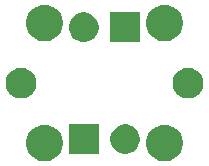
<source format=gbr>
G04 #@! TF.GenerationSoftware,KiCad,Pcbnew,5.1.5-52549c5~86~ubuntu18.04.1*
G04 #@! TF.CreationDate,2020-09-04T14:30:59-05:00*
G04 #@! TF.ProjectId,B00,4230302e-6b69-4636-9164-5f7063625858,rev?*
G04 #@! TF.SameCoordinates,Original*
G04 #@! TF.FileFunction,Soldermask,Top*
G04 #@! TF.FilePolarity,Negative*
%FSLAX46Y46*%
G04 Gerber Fmt 4.6, Leading zero omitted, Abs format (unit mm)*
G04 Created by KiCad (PCBNEW 5.1.5-52549c5~86~ubuntu18.04.1) date 2020-09-04 14:30:59*
%MOMM*%
%LPD*%
G04 APERTURE LIST*
%ADD10C,0.100000*%
G04 APERTURE END LIST*
D10*
G36*
X24112585Y-32448802D02*
G01*
X24262410Y-32478604D01*
X24544674Y-32595521D01*
X24798705Y-32765259D01*
X25014741Y-32981295D01*
X25184479Y-33235326D01*
X25301396Y-33517590D01*
X25361000Y-33817240D01*
X25361000Y-34122760D01*
X25301396Y-34422410D01*
X25184479Y-34704674D01*
X25014741Y-34958705D01*
X24798705Y-35174741D01*
X24544674Y-35344479D01*
X24262410Y-35461396D01*
X24112585Y-35491198D01*
X23962761Y-35521000D01*
X23657239Y-35521000D01*
X23507415Y-35491198D01*
X23357590Y-35461396D01*
X23075326Y-35344479D01*
X22821295Y-35174741D01*
X22605259Y-34958705D01*
X22435521Y-34704674D01*
X22318604Y-34422410D01*
X22259000Y-34122760D01*
X22259000Y-33817240D01*
X22318604Y-33517590D01*
X22435521Y-33235326D01*
X22605259Y-32981295D01*
X22821295Y-32765259D01*
X23075326Y-32595521D01*
X23357590Y-32478604D01*
X23507415Y-32448802D01*
X23657239Y-32419000D01*
X23962761Y-32419000D01*
X24112585Y-32448802D01*
G37*
G36*
X34272585Y-32448802D02*
G01*
X34422410Y-32478604D01*
X34704674Y-32595521D01*
X34958705Y-32765259D01*
X35174741Y-32981295D01*
X35344479Y-33235326D01*
X35461396Y-33517590D01*
X35521000Y-33817240D01*
X35521000Y-34122760D01*
X35461396Y-34422410D01*
X35344479Y-34704674D01*
X35174741Y-34958705D01*
X34958705Y-35174741D01*
X34704674Y-35344479D01*
X34422410Y-35461396D01*
X34272585Y-35491198D01*
X34122761Y-35521000D01*
X33817239Y-35521000D01*
X33667415Y-35491198D01*
X33517590Y-35461396D01*
X33235326Y-35344479D01*
X32981295Y-35174741D01*
X32765259Y-34958705D01*
X32595521Y-34704674D01*
X32478604Y-34422410D01*
X32419000Y-34122760D01*
X32419000Y-33817240D01*
X32478604Y-33517590D01*
X32595521Y-33235326D01*
X32765259Y-32981295D01*
X32981295Y-32765259D01*
X33235326Y-32595521D01*
X33517590Y-32478604D01*
X33667415Y-32448802D01*
X33817239Y-32419000D01*
X34122761Y-32419000D01*
X34272585Y-32448802D01*
G37*
G36*
X30991455Y-32419000D02*
G01*
X31004903Y-32421675D01*
X31232571Y-32515978D01*
X31437466Y-32652885D01*
X31611715Y-32827134D01*
X31748622Y-33032029D01*
X31842925Y-33259697D01*
X31891000Y-33501387D01*
X31891000Y-33747813D01*
X31842925Y-33989503D01*
X31748622Y-34217171D01*
X31611715Y-34422066D01*
X31437466Y-34596315D01*
X31232571Y-34733222D01*
X31232570Y-34733223D01*
X31232569Y-34733223D01*
X31004903Y-34827525D01*
X30763214Y-34875600D01*
X30516786Y-34875600D01*
X30275097Y-34827525D01*
X30047431Y-34733223D01*
X30047430Y-34733223D01*
X30047429Y-34733222D01*
X29842534Y-34596315D01*
X29668285Y-34422066D01*
X29531378Y-34217171D01*
X29437075Y-33989503D01*
X29389000Y-33747813D01*
X29389000Y-33501387D01*
X29437075Y-33259697D01*
X29531378Y-33032029D01*
X29668285Y-32827134D01*
X29842534Y-32652885D01*
X30047429Y-32515978D01*
X30275097Y-32421675D01*
X30288545Y-32419000D01*
X30516786Y-32373600D01*
X30763214Y-32373600D01*
X30991455Y-32419000D01*
G37*
G36*
X28391000Y-34875600D02*
G01*
X25889000Y-34875600D01*
X25889000Y-32373600D01*
X28391000Y-32373600D01*
X28391000Y-34875600D01*
G37*
G36*
X22197993Y-27639304D02*
G01*
X22434701Y-27737352D01*
X22434703Y-27737353D01*
X22647735Y-27879696D01*
X22828904Y-28060865D01*
X22971247Y-28273897D01*
X22971248Y-28273899D01*
X23069296Y-28510607D01*
X23119280Y-28761893D01*
X23119280Y-29018107D01*
X23069296Y-29269393D01*
X22971248Y-29506101D01*
X22971247Y-29506103D01*
X22828904Y-29719135D01*
X22647735Y-29900304D01*
X22434703Y-30042647D01*
X22434702Y-30042648D01*
X22434701Y-30042648D01*
X22197993Y-30140696D01*
X21946707Y-30190680D01*
X21690493Y-30190680D01*
X21439207Y-30140696D01*
X21202499Y-30042648D01*
X21202498Y-30042648D01*
X21202497Y-30042647D01*
X20989465Y-29900304D01*
X20808296Y-29719135D01*
X20665953Y-29506103D01*
X20665952Y-29506101D01*
X20567904Y-29269393D01*
X20517920Y-29018107D01*
X20517920Y-28761893D01*
X20567904Y-28510607D01*
X20665952Y-28273899D01*
X20665953Y-28273897D01*
X20808296Y-28060865D01*
X20989465Y-27879696D01*
X21202497Y-27737353D01*
X21202499Y-27737352D01*
X21439207Y-27639304D01*
X21690493Y-27589320D01*
X21946707Y-27589320D01*
X22197993Y-27639304D01*
G37*
G36*
X36340793Y-27639304D02*
G01*
X36577501Y-27737352D01*
X36577503Y-27737353D01*
X36790535Y-27879696D01*
X36971704Y-28060865D01*
X37114047Y-28273897D01*
X37114048Y-28273899D01*
X37212096Y-28510607D01*
X37262080Y-28761893D01*
X37262080Y-29018107D01*
X37212096Y-29269393D01*
X37114048Y-29506101D01*
X37114047Y-29506103D01*
X36971704Y-29719135D01*
X36790535Y-29900304D01*
X36577503Y-30042647D01*
X36577502Y-30042648D01*
X36577501Y-30042648D01*
X36340793Y-30140696D01*
X36089507Y-30190680D01*
X35833293Y-30190680D01*
X35582007Y-30140696D01*
X35345299Y-30042648D01*
X35345298Y-30042648D01*
X35345297Y-30042647D01*
X35132265Y-29900304D01*
X34951096Y-29719135D01*
X34808753Y-29506103D01*
X34808752Y-29506101D01*
X34710704Y-29269393D01*
X34660720Y-29018107D01*
X34660720Y-28761893D01*
X34710704Y-28510607D01*
X34808752Y-28273899D01*
X34808753Y-28273897D01*
X34951096Y-28060865D01*
X35132265Y-27879696D01*
X35345297Y-27737353D01*
X35345299Y-27737352D01*
X35582007Y-27639304D01*
X35833293Y-27589320D01*
X36089507Y-27589320D01*
X36340793Y-27639304D01*
G37*
G36*
X31891000Y-25406400D02*
G01*
X29389000Y-25406400D01*
X29389000Y-22904400D01*
X31891000Y-22904400D01*
X31891000Y-25406400D01*
G37*
G36*
X27504903Y-22952475D02*
G01*
X27732571Y-23046778D01*
X27937466Y-23183685D01*
X28111715Y-23357934D01*
X28248622Y-23562829D01*
X28342925Y-23790497D01*
X28391000Y-24032187D01*
X28391000Y-24278613D01*
X28342925Y-24520303D01*
X28248622Y-24747971D01*
X28111715Y-24952866D01*
X27937466Y-25127115D01*
X27732571Y-25264022D01*
X27732570Y-25264023D01*
X27732569Y-25264023D01*
X27504903Y-25358325D01*
X27263214Y-25406400D01*
X27016786Y-25406400D01*
X26775097Y-25358325D01*
X26547431Y-25264023D01*
X26547430Y-25264023D01*
X26547429Y-25264022D01*
X26342534Y-25127115D01*
X26168285Y-24952866D01*
X26031378Y-24747971D01*
X25937075Y-24520303D01*
X25889000Y-24278613D01*
X25889000Y-24032187D01*
X25937075Y-23790497D01*
X26031378Y-23562829D01*
X26168285Y-23357934D01*
X26342534Y-23183685D01*
X26547429Y-23046778D01*
X26775097Y-22952475D01*
X27016786Y-22904400D01*
X27263214Y-22904400D01*
X27504903Y-22952475D01*
G37*
G36*
X34272585Y-22288802D02*
G01*
X34422410Y-22318604D01*
X34704674Y-22435521D01*
X34958705Y-22605259D01*
X35174741Y-22821295D01*
X35344479Y-23075326D01*
X35461396Y-23357590D01*
X35521000Y-23657240D01*
X35521000Y-23962760D01*
X35461396Y-24262410D01*
X35344479Y-24544674D01*
X35174741Y-24798705D01*
X34958705Y-25014741D01*
X34704674Y-25184479D01*
X34422410Y-25301396D01*
X34272585Y-25331198D01*
X34122761Y-25361000D01*
X33817239Y-25361000D01*
X33667415Y-25331198D01*
X33517590Y-25301396D01*
X33235326Y-25184479D01*
X32981295Y-25014741D01*
X32765259Y-24798705D01*
X32595521Y-24544674D01*
X32478604Y-24262410D01*
X32419000Y-23962760D01*
X32419000Y-23657240D01*
X32478604Y-23357590D01*
X32595521Y-23075326D01*
X32765259Y-22821295D01*
X32981295Y-22605259D01*
X33235326Y-22435521D01*
X33517590Y-22318604D01*
X33667415Y-22288802D01*
X33817239Y-22259000D01*
X34122761Y-22259000D01*
X34272585Y-22288802D01*
G37*
G36*
X24112585Y-22288802D02*
G01*
X24262410Y-22318604D01*
X24544674Y-22435521D01*
X24798705Y-22605259D01*
X25014741Y-22821295D01*
X25184479Y-23075326D01*
X25301396Y-23357590D01*
X25361000Y-23657240D01*
X25361000Y-23962760D01*
X25301396Y-24262410D01*
X25184479Y-24544674D01*
X25014741Y-24798705D01*
X24798705Y-25014741D01*
X24544674Y-25184479D01*
X24262410Y-25301396D01*
X24112585Y-25331198D01*
X23962761Y-25361000D01*
X23657239Y-25361000D01*
X23507415Y-25331198D01*
X23357590Y-25301396D01*
X23075326Y-25184479D01*
X22821295Y-25014741D01*
X22605259Y-24798705D01*
X22435521Y-24544674D01*
X22318604Y-24262410D01*
X22259000Y-23962760D01*
X22259000Y-23657240D01*
X22318604Y-23357590D01*
X22435521Y-23075326D01*
X22605259Y-22821295D01*
X22821295Y-22605259D01*
X23075326Y-22435521D01*
X23357590Y-22318604D01*
X23507415Y-22288802D01*
X23657239Y-22259000D01*
X23962761Y-22259000D01*
X24112585Y-22288802D01*
G37*
M02*

</source>
